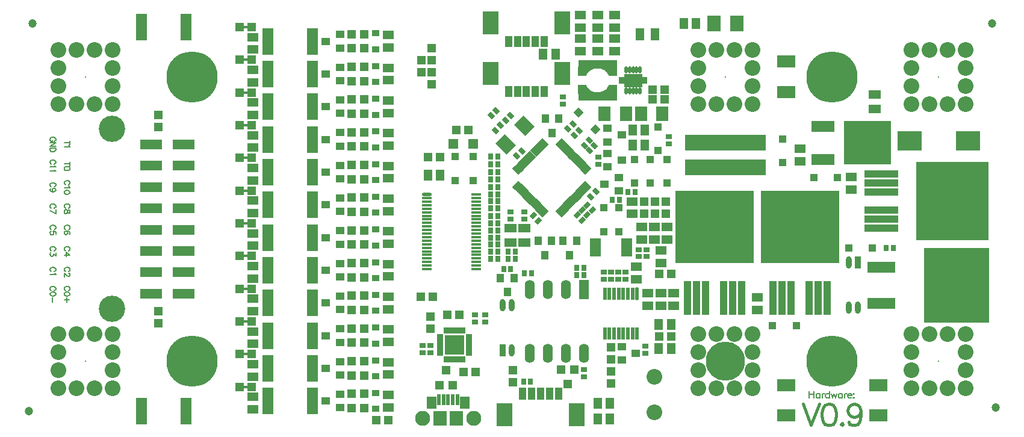
<source format=gts>
G04 Layer_Color=8388736*
%FSAX24Y24*%
%MOIN*%
G70*
G01*
G75*
%ADD73C,0.0079*%
%ADD77C,0.0157*%
%ADD111O,0.0320X0.0678*%
%ADD112R,0.0320X0.0678*%
%ADD113R,0.0513X0.0474*%
%ADD114R,0.0671X0.0513*%
%ADD115R,0.0631X0.0513*%
%ADD116R,0.0277X0.0330*%
G04:AMPARAMS|DCode=117|XSize=33mil|YSize=27.7mil|CornerRadius=0mil|HoleSize=0mil|Usage=FLASHONLY|Rotation=135.000|XOffset=0mil|YOffset=0mil|HoleType=Round|Shape=Rectangle|*
%AMROTATEDRECTD117*
4,1,4,0.0215,-0.0019,0.0019,-0.0215,-0.0215,0.0019,-0.0019,0.0215,0.0215,-0.0019,0.0*
%
%ADD117ROTATEDRECTD117*%

G04:AMPARAMS|DCode=118|XSize=74mil|YSize=89mil|CornerRadius=0mil|HoleSize=0mil|Usage=FLASHONLY|Rotation=225.000|XOffset=0mil|YOffset=0mil|HoleType=Round|Shape=Rectangle|*
%AMROTATEDRECTD118*
4,1,4,-0.0053,0.0576,0.0576,-0.0053,0.0053,-0.0576,-0.0576,0.0053,-0.0053,0.0576,0.0*
%
%ADD118ROTATEDRECTD118*%

%ADD119R,0.0572X0.0178*%
%ADD120O,0.0572X0.0178*%
%ADD121R,0.0330X0.0277*%
%ADD122R,0.0513X0.0671*%
%ADD123R,0.0474X0.0513*%
%ADD124R,0.0513X0.0631*%
G04:AMPARAMS|DCode=125|XSize=33mil|YSize=27.7mil|CornerRadius=0mil|HoleSize=0mil|Usage=FLASHONLY|Rotation=45.000|XOffset=0mil|YOffset=0mil|HoleType=Round|Shape=Rectangle|*
%AMROTATEDRECTD125*
4,1,4,-0.0019,-0.0215,-0.0215,-0.0019,0.0019,0.0215,0.0215,0.0019,-0.0019,-0.0215,0.0*
%
%ADD125ROTATEDRECTD125*%

%ADD126R,0.0631X0.1458*%
%ADD127R,0.1340X0.1064*%
%ADD128R,0.4489X0.0887*%
%ADD129R,0.0434X0.0454*%
%ADD130R,0.0434X0.0454*%
%ADD131R,0.0454X0.0434*%
%ADD132R,0.0454X0.0434*%
%ADD133R,0.4332X0.4017*%
%ADD134R,0.0434X0.1891*%
%ADD135R,0.4017X0.4332*%
%ADD136R,0.1891X0.0434*%
%ADD137R,0.2167X0.0454*%
%ADD138R,0.0395X0.0592*%
%ADD139R,0.0907X0.1261*%
%ADD140R,0.1230X0.0580*%
%ADD141R,0.0395X0.0710*%
%ADD142R,0.0769X0.0828*%
%ADD143R,0.0237X0.0631*%
%ADD144R,0.0533X0.0651*%
G04:AMPARAMS|DCode=145|XSize=71mil|YSize=21.8mil|CornerRadius=7.4mil|HoleSize=0mil|Usage=FLASHONLY|Rotation=270.000|XOffset=0mil|YOffset=0mil|HoleType=Round|Shape=RoundedRectangle|*
%AMROUNDEDRECTD145*
21,1,0.0710,0.0069,0,0,270.0*
21,1,0.0561,0.0218,0,0,270.0*
1,1,0.0149,-0.0034,-0.0281*
1,1,0.0149,-0.0034,0.0281*
1,1,0.0149,0.0034,0.0281*
1,1,0.0149,0.0034,-0.0281*
%
%ADD145ROUNDEDRECTD145*%
%ADD146R,0.0218X0.0710*%
%ADD147R,0.0631X0.0198*%
%ADD148R,0.0375X0.0198*%
%ADD149R,0.0198X0.0375*%
%ADD150R,0.1104X0.1104*%
%ADD151O,0.0552X0.1064*%
%ADD152R,0.0552X0.1064*%
G04:AMPARAMS|DCode=153|XSize=17.1mil|YSize=39.5mil|CornerRadius=5.8mil|HoleSize=0mil|Usage=FLASHONLY|Rotation=0.000|XOffset=0mil|YOffset=0mil|HoleType=Round|Shape=RoundedRectangle|*
%AMROUNDEDRECTD153*
21,1,0.0171,0.0279,0,0,0.0*
21,1,0.0054,0.0395,0,0,0.0*
1,1,0.0116,0.0027,-0.0139*
1,1,0.0116,-0.0027,-0.0139*
1,1,0.0116,-0.0027,0.0139*
1,1,0.0116,0.0027,0.0139*
%
%ADD153ROUNDEDRECTD153*%
%ADD154R,0.1025X0.0730*%
%ADD155R,0.0356X0.0190*%
G04:AMPARAMS|DCode=156|XSize=20.6mil|YSize=47.4mil|CornerRadius=0mil|HoleSize=0mil|Usage=FLASHONLY|Rotation=315.000|XOffset=0mil|YOffset=0mil|HoleType=Round|Shape=Rectangle|*
%AMROTATEDRECTD156*
4,1,4,-0.0240,-0.0095,0.0095,0.0240,0.0240,0.0095,-0.0095,-0.0240,-0.0240,-0.0095,0.0*
%
%ADD156ROTATEDRECTD156*%

G04:AMPARAMS|DCode=157|XSize=20.6mil|YSize=47.4mil|CornerRadius=0mil|HoleSize=0mil|Usage=FLASHONLY|Rotation=45.000|XOffset=0mil|YOffset=0mil|HoleType=Round|Shape=Rectangle|*
%AMROTATEDRECTD157*
4,1,4,0.0095,-0.0240,-0.0240,0.0095,-0.0095,0.0240,0.0240,-0.0095,0.0095,-0.0240,0.0*
%
%ADD157ROTATEDRECTD157*%

%ADD158R,0.0474X0.0159*%
%ADD159R,0.0730X0.0879*%
%ADD160R,0.0986X0.0678*%
%ADD161R,0.0415X0.0336*%
%ADD162R,0.0415X0.0415*%
%ADD163R,0.0552X0.0552*%
%ADD164R,0.0415X0.0415*%
%ADD165P,0.0586X4X360.0*%
%ADD166R,0.3584X0.4135*%
%ADD167R,0.1537X0.0592*%
%ADD168R,0.0474X0.0474*%
%ADD169R,0.0710X0.0789*%
%ADD170R,0.2639X0.2442*%
%ADD171R,0.1261X0.0631*%
%ADD172C,0.0474*%
%ADD173C,0.0867*%
%ADD174C,0.0080*%
%ADD175C,0.2167*%
%ADD176C,0.1458*%
%ADD177C,0.0828*%
%ADD178C,0.0277*%
%ADD179C,0.2836*%
G36*
X289238Y196398D02*
X289243Y196397D01*
X289248Y196395D01*
X289252Y196393D01*
X289257Y196390D01*
X289261Y196387D01*
X289264Y196383D01*
X289267Y196378D01*
X289269Y196374D01*
X289271Y196369D01*
X289272Y196364D01*
X289272Y196358D01*
Y195945D01*
X289272Y195940D01*
X289271Y195935D01*
X289269Y195930D01*
X289267Y195925D01*
X289264Y195920D01*
X289261Y195917D01*
X289257Y195913D01*
X289252Y195910D01*
X289248Y195908D01*
X289243Y195906D01*
X289238Y195905D01*
X289232Y195905D01*
X287146D01*
X287140Y195905D01*
X287135Y195906D01*
X287130Y195908D01*
X287126Y195910D01*
X287121Y195913D01*
X287117Y195917D01*
X287114Y195920D01*
X287111Y195925D01*
X287109Y195930D01*
X287107Y195935D01*
X287106Y195940D01*
X287106Y195945D01*
Y196358D01*
X287106Y196364D01*
X287107Y196369D01*
X287109Y196374D01*
X287111Y196378D01*
X287114Y196383D01*
X287117Y196387D01*
X287121Y196390D01*
X287126Y196393D01*
X287130Y196395D01*
X287135Y196397D01*
X287140Y196398D01*
X287146Y196398D01*
X287539D01*
X287541Y196398D01*
X287542Y196398D01*
X287543Y196398D01*
X287545Y196398D01*
X287546Y196398D01*
X287547Y196398D01*
X287548Y196397D01*
X287550Y196397D01*
X287551Y196397D01*
X287552Y196396D01*
X287553Y196396D01*
X287555Y196395D01*
X287556Y196395D01*
X287557Y196394D01*
X287558Y196394D01*
X287559Y196393D01*
X287560Y196392D01*
X287561Y196392D01*
X287563Y196391D01*
X287564Y196390D01*
X287565Y196389D01*
X287566Y196389D01*
X287567Y196388D01*
X287568Y196387D01*
X287569Y196386D01*
X287569Y196385D01*
X287570Y196384D01*
X287571Y196383D01*
X287572Y196382D01*
X287573Y196381D01*
X287573Y196379D01*
X287574Y196378D01*
X287575Y196377D01*
X287575Y196376D01*
X287594Y196338D01*
X287650Y196245D01*
X287763Y196133D01*
X287836Y196078D01*
X287947Y196022D01*
X288019Y196004D01*
X288189Y195985D01*
X288339Y196004D01*
X288411Y196022D01*
X288447Y196040D01*
X288562Y196097D01*
X288635Y196152D01*
X288690Y196207D01*
X288746Y196282D01*
X288804Y196379D01*
X288806Y196381D01*
X288807Y196383D01*
X288807Y196383D01*
X288807Y196383D01*
X288809Y196385D01*
X288810Y196387D01*
X288810Y196387D01*
X288811Y196387D01*
X288812Y196389D01*
X288814Y196390D01*
X288814Y196390D01*
X288815Y196390D01*
X288817Y196392D01*
X288819Y196393D01*
X288819Y196393D01*
X288819Y196393D01*
X288821Y196394D01*
X288823Y196395D01*
X288824Y196395D01*
X288824Y196396D01*
X288826Y196396D01*
X288828Y196397D01*
X288829Y196397D01*
X288829Y196397D01*
X288831Y196398D01*
X288833Y196398D01*
X288834Y196398D01*
X288834Y196398D01*
X288836Y196398D01*
X288839Y196398D01*
X289232D01*
X289238Y196398D01*
D02*
G37*
G36*
Y197402D02*
X289243Y197401D01*
X289248Y197399D01*
X289252Y197397D01*
X289257Y197394D01*
X289261Y197391D01*
X289264Y197387D01*
X289267Y197382D01*
X289269Y197378D01*
X289271Y197373D01*
X289272Y197367D01*
X289272Y197362D01*
Y196949D01*
X289272Y196944D01*
X289271Y196938D01*
X289269Y196933D01*
X289267Y196929D01*
X289264Y196924D01*
X289261Y196920D01*
X289257Y196917D01*
X289252Y196914D01*
X289248Y196912D01*
X289243Y196910D01*
X289238Y196909D01*
X289232Y196909D01*
X288839D01*
X288836Y196909D01*
X288834Y196909D01*
X288834Y196909D01*
X288833Y196909D01*
X288831Y196910D01*
X288829Y196910D01*
X288829Y196910D01*
X288828Y196910D01*
X288826Y196911D01*
X288824Y196912D01*
X288824Y196912D01*
X288823Y196912D01*
X288821Y196913D01*
X288819Y196914D01*
X288819Y196914D01*
X288819Y196914D01*
X288817Y196915D01*
X288815Y196917D01*
X288814Y196917D01*
X288814Y196917D01*
X288812Y196919D01*
X288811Y196920D01*
X288810Y196920D01*
X288810Y196920D01*
X288809Y196922D01*
X288807Y196924D01*
X288807Y196924D01*
X288807Y196924D01*
X288806Y196926D01*
X288804Y196928D01*
X288746Y197025D01*
X288690Y197100D01*
X288597Y197193D01*
X288543Y197229D01*
X288431Y197285D01*
X288359Y197303D01*
X288189Y197322D01*
X288020Y197303D01*
X287909Y197266D01*
X287874Y197248D01*
X287781Y197193D01*
X287649Y197061D01*
X287613Y197007D01*
X287575Y196931D01*
X287575Y196930D01*
X287574Y196929D01*
X287573Y196928D01*
X287573Y196926D01*
X287572Y196925D01*
X287571Y196924D01*
X287570Y196923D01*
X287569Y196922D01*
X287569Y196921D01*
X287568Y196920D01*
X287567Y196920D01*
X287566Y196919D01*
X287565Y196918D01*
X287564Y196917D01*
X287563Y196916D01*
X287561Y196915D01*
X287560Y196915D01*
X287559Y196914D01*
X287558Y196913D01*
X287557Y196913D01*
X287556Y196912D01*
X287555Y196912D01*
X287553Y196911D01*
X287552Y196911D01*
X287551Y196910D01*
X287550Y196910D01*
X287548Y196910D01*
X287547Y196909D01*
X287546Y196909D01*
X287545Y196909D01*
X287543Y196909D01*
X287542Y196909D01*
X287541Y196909D01*
X287539Y196909D01*
X287146D01*
X287140Y196909D01*
X287135Y196910D01*
X287130Y196912D01*
X287126Y196914D01*
X287121Y196917D01*
X287117Y196920D01*
X287114Y196924D01*
X287111Y196929D01*
X287109Y196933D01*
X287107Y196938D01*
X287106Y196944D01*
X287106Y196949D01*
Y197362D01*
X287106Y197367D01*
X287107Y197373D01*
X287109Y197378D01*
X287111Y197382D01*
X287114Y197387D01*
X287117Y197391D01*
X287121Y197394D01*
X287126Y197397D01*
X287130Y197399D01*
X287135Y197401D01*
X287140Y197402D01*
X287146Y197402D01*
X289232D01*
X289238Y197402D01*
D02*
G37*
D73*
X258114Y193279D02*
X258144Y193294D01*
X258174Y193324D01*
X258189Y193354D01*
Y193414D01*
X258174Y193444D01*
X258144Y193474D01*
X258114Y193489D01*
X258069Y193504D01*
X257994D01*
X257949Y193489D01*
X257919Y193474D01*
X257889Y193444D01*
X257874Y193414D01*
Y193354D01*
X257889Y193324D01*
X257919Y193294D01*
X257949Y193279D01*
X257994D01*
Y193354D02*
Y193279D01*
X258189Y193207D02*
X257874D01*
X258189D02*
X257874Y192997D01*
X258189D02*
X257874D01*
X258189Y192910D02*
X257874D01*
X258189D02*
Y192805D01*
X258174Y192760D01*
X258144Y192730D01*
X258114Y192715D01*
X258069Y192700D01*
X257994D01*
X257949Y192715D01*
X257919Y192730D01*
X257889Y192760D01*
X257874Y192805D01*
Y192910D01*
X258976Y193202D02*
X258661D01*
X258976Y193307D02*
Y193097D01*
X258916Y193060D02*
X258931Y193030D01*
X258976Y192985D01*
X258661D01*
X258976Y192021D02*
X258661D01*
X258976Y192126D02*
Y191916D01*
Y191789D02*
X258961Y191834D01*
X258916Y191864D01*
X258841Y191879D01*
X258796D01*
X258721Y191864D01*
X258676Y191834D01*
X258661Y191789D01*
Y191759D01*
X258676Y191714D01*
X258721Y191684D01*
X258796Y191669D01*
X258841D01*
X258916Y191684D01*
X258961Y191714D01*
X258976Y191759D01*
Y191789D01*
X258114Y192019D02*
X258144Y192034D01*
X258174Y192064D01*
X258189Y192094D01*
Y192154D01*
X258174Y192184D01*
X258144Y192214D01*
X258114Y192229D01*
X258069Y192244D01*
X257994D01*
X257949Y192229D01*
X257919Y192214D01*
X257889Y192184D01*
X257874Y192154D01*
Y192094D01*
X257889Y192064D01*
X257919Y192034D01*
X257949Y192019D01*
X258129Y191931D02*
X258144Y191901D01*
X258189Y191856D01*
X257874D01*
X258129Y191700D02*
X258144Y191670D01*
X258189Y191625D01*
X257874D01*
X258114Y185011D02*
X258144Y185026D01*
X258174Y185056D01*
X258189Y185086D01*
Y185146D01*
X258174Y185176D01*
X258144Y185206D01*
X258114Y185221D01*
X258069Y185236D01*
X257994D01*
X257949Y185221D01*
X257919Y185206D01*
X257889Y185176D01*
X257874Y185146D01*
Y185086D01*
X257889Y185056D01*
X257919Y185026D01*
X257949Y185011D01*
X258189Y184833D02*
X258174Y184878D01*
X258129Y184908D01*
X258054Y184923D01*
X258009D01*
X257934Y184908D01*
X257889Y184878D01*
X257874Y184833D01*
Y184803D01*
X257889Y184758D01*
X257934Y184728D01*
X258009Y184713D01*
X258054D01*
X258129Y184728D01*
X258174Y184758D01*
X258189Y184803D01*
Y184833D01*
X258009Y184642D02*
Y184373D01*
X258901Y185011D02*
X258931Y185026D01*
X258961Y185056D01*
X258976Y185086D01*
Y185146D01*
X258961Y185176D01*
X258931Y185206D01*
X258901Y185221D01*
X258856Y185236D01*
X258781D01*
X258736Y185221D01*
X258706Y185206D01*
X258676Y185176D01*
X258661Y185146D01*
Y185086D01*
X258676Y185056D01*
X258706Y185026D01*
X258736Y185011D01*
X258976Y184833D02*
X258961Y184878D01*
X258916Y184908D01*
X258841Y184923D01*
X258796D01*
X258721Y184908D01*
X258676Y184878D01*
X258661Y184833D01*
Y184803D01*
X258676Y184758D01*
X258721Y184728D01*
X258796Y184713D01*
X258841D01*
X258916Y184728D01*
X258961Y184758D01*
X258976Y184803D01*
Y184833D01*
X258931Y184507D02*
X258661D01*
X258796Y184642D02*
Y184373D01*
X258114Y186074D02*
X258144Y186089D01*
X258174Y186119D01*
X258189Y186149D01*
Y186209D01*
X258174Y186239D01*
X258144Y186269D01*
X258114Y186284D01*
X258069Y186299D01*
X257994D01*
X257949Y186284D01*
X257919Y186269D01*
X257889Y186239D01*
X257874Y186209D01*
Y186149D01*
X257889Y186119D01*
X257919Y186089D01*
X257949Y186074D01*
X258129Y185986D02*
X258144Y185956D01*
X258189Y185911D01*
X257874D01*
X258901Y186074D02*
X258931Y186089D01*
X258961Y186119D01*
X258976Y186149D01*
Y186209D01*
X258961Y186239D01*
X258931Y186269D01*
X258901Y186284D01*
X258856Y186299D01*
X258781D01*
X258736Y186284D01*
X258706Y186269D01*
X258676Y186239D01*
X258661Y186209D01*
Y186149D01*
X258676Y186119D01*
X258706Y186089D01*
X258736Y186074D01*
X258901Y185971D02*
X258916D01*
X258946Y185956D01*
X258961Y185941D01*
X258976Y185911D01*
Y185851D01*
X258961Y185821D01*
X258946Y185806D01*
X258916Y185791D01*
X258886D01*
X258856Y185806D01*
X258811Y185836D01*
X258661Y185986D01*
Y185776D01*
X258114Y187216D02*
X258144Y187231D01*
X258174Y187261D01*
X258189Y187291D01*
Y187351D01*
X258174Y187381D01*
X258144Y187411D01*
X258114Y187426D01*
X258069Y187441D01*
X257994D01*
X257949Y187426D01*
X257919Y187411D01*
X257889Y187381D01*
X257874Y187351D01*
Y187291D01*
X257889Y187261D01*
X257919Y187231D01*
X257949Y187216D01*
X258189Y187098D02*
Y186933D01*
X258069Y187023D01*
Y186978D01*
X258054Y186948D01*
X258039Y186933D01*
X257994Y186918D01*
X257964D01*
X257919Y186933D01*
X257889Y186963D01*
X257874Y187008D01*
Y187053D01*
X257889Y187098D01*
X257904Y187113D01*
X257934Y187128D01*
X258901Y187216D02*
X258931Y187231D01*
X258961Y187261D01*
X258976Y187291D01*
Y187351D01*
X258961Y187381D01*
X258931Y187411D01*
X258901Y187426D01*
X258856Y187441D01*
X258781D01*
X258736Y187426D01*
X258706Y187411D01*
X258676Y187381D01*
X258661Y187351D01*
Y187291D01*
X258676Y187261D01*
X258706Y187231D01*
X258736Y187216D01*
X258976Y186978D02*
X258766Y187128D01*
Y186903D01*
X258976Y186978D02*
X258661D01*
X258114Y188397D02*
X258144Y188412D01*
X258174Y188442D01*
X258189Y188472D01*
Y188532D01*
X258174Y188562D01*
X258144Y188592D01*
X258114Y188607D01*
X258069Y188622D01*
X257994D01*
X257949Y188607D01*
X257919Y188592D01*
X257889Y188562D01*
X257874Y188532D01*
Y188472D01*
X257889Y188442D01*
X257919Y188412D01*
X257949Y188397D01*
X258189Y188129D02*
Y188279D01*
X258054Y188294D01*
X258069Y188279D01*
X258084Y188234D01*
Y188189D01*
X258069Y188144D01*
X258039Y188114D01*
X257994Y188099D01*
X257964D01*
X257919Y188114D01*
X257889Y188144D01*
X257874Y188189D01*
Y188234D01*
X257889Y188279D01*
X257904Y188294D01*
X257934Y188309D01*
X258901Y188397D02*
X258931Y188412D01*
X258961Y188442D01*
X258976Y188472D01*
Y188532D01*
X258961Y188562D01*
X258931Y188592D01*
X258901Y188607D01*
X258856Y188622D01*
X258781D01*
X258736Y188607D01*
X258706Y188592D01*
X258676Y188562D01*
X258661Y188532D01*
Y188472D01*
X258676Y188442D01*
X258706Y188412D01*
X258736Y188397D01*
X258931Y188129D02*
X258961Y188144D01*
X258976Y188189D01*
Y188219D01*
X258961Y188264D01*
X258916Y188294D01*
X258841Y188309D01*
X258766D01*
X258706Y188294D01*
X258676Y188264D01*
X258661Y188219D01*
Y188204D01*
X258676Y188159D01*
X258706Y188129D01*
X258751Y188114D01*
X258766D01*
X258811Y188129D01*
X258841Y188159D01*
X258856Y188204D01*
Y188219D01*
X258841Y188264D01*
X258811Y188294D01*
X258766Y188309D01*
X258114Y189578D02*
X258144Y189593D01*
X258174Y189623D01*
X258189Y189653D01*
Y189713D01*
X258174Y189743D01*
X258144Y189773D01*
X258114Y189788D01*
X258069Y189803D01*
X257994D01*
X257949Y189788D01*
X257919Y189773D01*
X257889Y189743D01*
X257874Y189713D01*
Y189653D01*
X257889Y189623D01*
X257919Y189593D01*
X257949Y189578D01*
X258189Y189280D02*
X257874Y189430D01*
X258189Y189490D02*
Y189280D01*
X258901Y189578D02*
X258931Y189593D01*
X258961Y189623D01*
X258976Y189653D01*
Y189713D01*
X258961Y189743D01*
X258931Y189773D01*
X258901Y189788D01*
X258856Y189803D01*
X258781D01*
X258736Y189788D01*
X258706Y189773D01*
X258676Y189743D01*
X258661Y189713D01*
Y189653D01*
X258676Y189623D01*
X258706Y189593D01*
X258736Y189578D01*
X258976Y189415D02*
X258961Y189460D01*
X258931Y189475D01*
X258901D01*
X258871Y189460D01*
X258856Y189430D01*
X258841Y189370D01*
X258826Y189325D01*
X258796Y189295D01*
X258766Y189280D01*
X258721D01*
X258691Y189295D01*
X258676Y189310D01*
X258661Y189355D01*
Y189415D01*
X258676Y189460D01*
X258691Y189475D01*
X258721Y189490D01*
X258766D01*
X258796Y189475D01*
X258826Y189445D01*
X258841Y189400D01*
X258856Y189340D01*
X258871Y189310D01*
X258901Y189295D01*
X258931D01*
X258961Y189310D01*
X258976Y189355D01*
Y189415D01*
X258114Y190759D02*
X258144Y190774D01*
X258174Y190804D01*
X258189Y190834D01*
Y190894D01*
X258174Y190924D01*
X258144Y190954D01*
X258114Y190969D01*
X258069Y190984D01*
X257994D01*
X257949Y190969D01*
X257919Y190954D01*
X257889Y190924D01*
X257874Y190894D01*
Y190834D01*
X257889Y190804D01*
X257919Y190774D01*
X257949Y190759D01*
X258084Y190476D02*
X258039Y190491D01*
X258009Y190521D01*
X257994Y190566D01*
Y190581D01*
X258009Y190626D01*
X258039Y190656D01*
X258084Y190671D01*
X258099D01*
X258144Y190656D01*
X258174Y190626D01*
X258189Y190581D01*
Y190566D01*
X258174Y190521D01*
X258144Y190491D01*
X258084Y190476D01*
X258009D01*
X257934Y190491D01*
X257889Y190521D01*
X257874Y190566D01*
Y190596D01*
X257889Y190641D01*
X257919Y190656D01*
X258901Y190877D02*
X258931Y190892D01*
X258961Y190922D01*
X258976Y190952D01*
Y191012D01*
X258961Y191042D01*
X258931Y191072D01*
X258901Y191087D01*
X258856Y191102D01*
X258781D01*
X258736Y191087D01*
X258706Y191072D01*
X258676Y191042D01*
X258661Y191012D01*
Y190952D01*
X258676Y190922D01*
X258706Y190892D01*
X258736Y190877D01*
X258916Y190789D02*
X258931Y190759D01*
X258976Y190714D01*
X258661D01*
X258976Y190468D02*
X258961Y190513D01*
X258916Y190543D01*
X258841Y190558D01*
X258796D01*
X258721Y190543D01*
X258676Y190513D01*
X258661Y190468D01*
Y190438D01*
X258676Y190393D01*
X258721Y190363D01*
X258796Y190348D01*
X258841D01*
X258916Y190363D01*
X258961Y190393D01*
X258976Y190438D01*
Y190468D01*
X299921Y179449D02*
Y179055D01*
X300184Y179449D02*
Y179055D01*
X299921Y179261D02*
X300184D01*
X300517Y179318D02*
Y179055D01*
Y179261D02*
X300480Y179299D01*
X300442Y179318D01*
X300386D01*
X300349Y179299D01*
X300311Y179261D01*
X300292Y179205D01*
Y179168D01*
X300311Y179111D01*
X300349Y179074D01*
X300386Y179055D01*
X300442D01*
X300480Y179074D01*
X300517Y179111D01*
X300622Y179318D02*
Y179055D01*
Y179205D02*
X300641Y179261D01*
X300679Y179299D01*
X300716Y179318D01*
X300772D01*
X301033Y179449D02*
Y179055D01*
Y179261D02*
X300995Y179299D01*
X300958Y179318D01*
X300902D01*
X300864Y179299D01*
X300827Y179261D01*
X300808Y179205D01*
Y179168D01*
X300827Y179111D01*
X300864Y179074D01*
X300902Y179055D01*
X300958D01*
X300995Y179074D01*
X301033Y179111D01*
X301138Y179318D02*
X301213Y179055D01*
X301288Y179318D02*
X301213Y179055D01*
X301288Y179318D02*
X301363Y179055D01*
X301438Y179318D02*
X301363Y179055D01*
X301754Y179318D02*
Y179055D01*
Y179261D02*
X301717Y179299D01*
X301679Y179318D01*
X301623D01*
X301586Y179299D01*
X301548Y179261D01*
X301529Y179205D01*
Y179168D01*
X301548Y179111D01*
X301586Y179074D01*
X301623Y179055D01*
X301679D01*
X301717Y179074D01*
X301754Y179111D01*
X301859Y179318D02*
Y179055D01*
Y179205D02*
X301878Y179261D01*
X301916Y179299D01*
X301953Y179318D01*
X302009D01*
X302045Y179205D02*
X302270D01*
Y179243D01*
X302251Y179280D01*
X302232Y179299D01*
X302195Y179318D01*
X302139D01*
X302101Y179299D01*
X302064Y179261D01*
X302045Y179205D01*
Y179168D01*
X302064Y179111D01*
X302101Y179074D01*
X302139Y179055D01*
X302195D01*
X302232Y179074D01*
X302270Y179111D01*
X302373Y179318D02*
X302354Y179299D01*
X302373Y179280D01*
X302392Y179299D01*
X302373Y179318D01*
Y179093D02*
X302354Y179074D01*
X302373Y179055D01*
X302392Y179074D01*
X302373Y179093D01*
D77*
X299567Y178740D02*
X300017Y177559D01*
X300467Y178740D02*
X300017Y177559D01*
X300956Y178740D02*
X300787Y178684D01*
X300675Y178515D01*
X300618Y178234D01*
Y178065D01*
X300675Y177784D01*
X300787Y177615D01*
X300956Y177559D01*
X301068D01*
X301237Y177615D01*
X301349Y177784D01*
X301406Y178065D01*
Y178234D01*
X301349Y178515D01*
X301237Y178684D01*
X301068Y178740D01*
X300956D01*
X301726Y177672D02*
X301670Y177615D01*
X301726Y177559D01*
X301782Y177615D01*
X301726Y177672D01*
X302772Y178346D02*
X302716Y178178D01*
X302603Y178065D01*
X302435Y178009D01*
X302378D01*
X302210Y178065D01*
X302097Y178178D01*
X302041Y178346D01*
Y178403D01*
X302097Y178571D01*
X302210Y178684D01*
X302378Y178740D01*
X302435D01*
X302603Y178684D01*
X302716Y178571D01*
X302772Y178346D01*
Y178065D01*
X302716Y177784D01*
X302603Y177615D01*
X302435Y177559D01*
X302322D01*
X302154Y177615D01*
X302097Y177728D01*
D111*
X283439Y184203D02*
D03*
X282939D02*
D03*
X283439Y181703D02*
D03*
X302112Y186565D02*
D03*
X302612Y184065D02*
D03*
X302112D02*
D03*
D112*
X282939Y181703D02*
D03*
X302612Y186565D02*
D03*
D113*
X276594Y177835D02*
D03*
X275925D02*
D03*
X279468Y192402D02*
D03*
X278799D02*
D03*
X291909Y196142D02*
D03*
X291240D02*
D03*
X274587Y198425D02*
D03*
X275256D02*
D03*
X274587Y196614D02*
D03*
X275256D02*
D03*
X274587Y194803D02*
D03*
X275256D02*
D03*
X274587Y192992D02*
D03*
X275256D02*
D03*
X274587Y191181D02*
D03*
X275256D02*
D03*
X274587Y189370D02*
D03*
X275256D02*
D03*
X274587Y187559D02*
D03*
X275256D02*
D03*
X274587Y185748D02*
D03*
X275256D02*
D03*
X274587Y183937D02*
D03*
X275256D02*
D03*
X274587Y182126D02*
D03*
X275256D02*
D03*
X274587Y180315D02*
D03*
X275256D02*
D03*
X274587Y178504D02*
D03*
X275256D02*
D03*
X274587Y199213D02*
D03*
X275256D02*
D03*
X274587Y197402D02*
D03*
X275256D02*
D03*
X274587Y195591D02*
D03*
X275256D02*
D03*
X274587Y193780D02*
D03*
X275256D02*
D03*
X274587Y191968D02*
D03*
X275256D02*
D03*
X274587Y190157D02*
D03*
X275256D02*
D03*
X274587Y188346D02*
D03*
X275256D02*
D03*
X274587Y186535D02*
D03*
X275256D02*
D03*
X274587Y184724D02*
D03*
X275256D02*
D03*
X274587Y182913D02*
D03*
X275256D02*
D03*
X274587Y181102D02*
D03*
X275256D02*
D03*
X274587Y179291D02*
D03*
X275256D02*
D03*
X291594Y182480D02*
D03*
X292264D02*
D03*
X291594Y185945D02*
D03*
X292264D02*
D03*
X278406Y184685D02*
D03*
X279075D02*
D03*
X280374Y193898D02*
D03*
X281043D02*
D03*
X268366Y199606D02*
D03*
X269035D02*
D03*
X268366Y197795D02*
D03*
X269035D02*
D03*
X268366Y195984D02*
D03*
X269035D02*
D03*
X268366Y194173D02*
D03*
X269035D02*
D03*
X268366Y192362D02*
D03*
X269035D02*
D03*
X268366Y190551D02*
D03*
X269035D02*
D03*
X268366Y188740D02*
D03*
X269035D02*
D03*
X268366Y186929D02*
D03*
X269035D02*
D03*
X268366Y185118D02*
D03*
X269035D02*
D03*
X268366Y183307D02*
D03*
X269035D02*
D03*
X268366Y181496D02*
D03*
X269035D02*
D03*
X268366Y179685D02*
D03*
X269035D02*
D03*
X291240Y195591D02*
D03*
X291909D02*
D03*
X280768Y180512D02*
D03*
X281437D02*
D03*
X279862Y183661D02*
D03*
X280532D02*
D03*
D114*
X303543Y195059D02*
D03*
Y195886D02*
D03*
X283386Y188484D02*
D03*
Y187657D02*
D03*
X284134Y188484D02*
D03*
Y187657D02*
D03*
D115*
X290118Y189262D02*
D03*
Y189951D02*
D03*
X288189Y198967D02*
D03*
Y198278D02*
D03*
X289134Y198967D02*
D03*
Y198278D02*
D03*
X287244Y198967D02*
D03*
Y198278D02*
D03*
X269094Y198356D02*
D03*
Y199045D02*
D03*
Y196545D02*
D03*
Y197234D02*
D03*
Y194734D02*
D03*
Y195423D02*
D03*
Y192923D02*
D03*
Y193612D02*
D03*
Y191112D02*
D03*
Y191801D02*
D03*
Y189301D02*
D03*
Y189990D02*
D03*
Y187490D02*
D03*
Y188179D02*
D03*
Y185679D02*
D03*
Y186368D02*
D03*
Y183868D02*
D03*
Y184557D02*
D03*
Y182057D02*
D03*
Y182746D02*
D03*
Y180246D02*
D03*
Y180935D02*
D03*
Y178435D02*
D03*
Y179124D02*
D03*
X291693Y184183D02*
D03*
Y184872D02*
D03*
X299409Y192175D02*
D03*
Y192864D02*
D03*
X297047Y184636D02*
D03*
Y183947D02*
D03*
X302244Y190600D02*
D03*
Y191289D02*
D03*
X292402Y184183D02*
D03*
Y184872D02*
D03*
X287244Y200266D02*
D03*
Y199577D02*
D03*
X288189Y200266D02*
D03*
Y199577D02*
D03*
X289134Y200266D02*
D03*
Y199577D02*
D03*
X291693Y187234D02*
D03*
Y186545D02*
D03*
X276614Y198474D02*
D03*
Y199163D02*
D03*
Y196663D02*
D03*
Y197352D02*
D03*
Y194852D02*
D03*
Y195541D02*
D03*
Y193041D02*
D03*
Y193730D02*
D03*
Y191230D02*
D03*
Y191919D02*
D03*
Y189419D02*
D03*
Y190108D02*
D03*
Y187608D02*
D03*
Y188297D02*
D03*
Y185797D02*
D03*
Y186486D02*
D03*
Y183986D02*
D03*
Y184675D02*
D03*
Y182175D02*
D03*
Y182864D02*
D03*
Y180364D02*
D03*
Y181053D02*
D03*
Y178553D02*
D03*
Y179242D02*
D03*
X290354Y186329D02*
D03*
Y185640D02*
D03*
X290630Y187844D02*
D03*
Y188533D02*
D03*
X292047Y187844D02*
D03*
Y188533D02*
D03*
X291339Y187844D02*
D03*
Y188533D02*
D03*
X290984Y184183D02*
D03*
Y184872D02*
D03*
D116*
X289882Y190472D02*
D03*
X290276D02*
D03*
X284134Y185984D02*
D03*
X284528D02*
D03*
X282677Y190354D02*
D03*
X282283D02*
D03*
X282677Y190748D02*
D03*
X282283D02*
D03*
X282677Y189961D02*
D03*
X282283D02*
D03*
X282677Y189567D02*
D03*
X282283D02*
D03*
X282677Y189134D02*
D03*
X282283D02*
D03*
X282677Y188740D02*
D03*
X282283D02*
D03*
X282677Y188346D02*
D03*
X282283D02*
D03*
Y187165D02*
D03*
X282677D02*
D03*
X282283Y186772D02*
D03*
X282677D02*
D03*
X283386Y186220D02*
D03*
X282992D02*
D03*
X304567Y187362D02*
D03*
X304173D02*
D03*
X289016Y190039D02*
D03*
X289409D02*
D03*
X282283Y191575D02*
D03*
X282677D02*
D03*
X282283Y192441D02*
D03*
X282677D02*
D03*
X283228Y187165D02*
D03*
X283622D02*
D03*
X283228Y186772D02*
D03*
X283622D02*
D03*
X282283Y187559D02*
D03*
X282677D02*
D03*
X282283Y187953D02*
D03*
X282677D02*
D03*
Y192008D02*
D03*
X282283D02*
D03*
X284488Y179961D02*
D03*
X284094D02*
D03*
X287441Y186260D02*
D03*
X287047D02*
D03*
X287441Y185866D02*
D03*
X287047D02*
D03*
X282677Y191181D02*
D03*
X282283D02*
D03*
D117*
X282580Y194982D02*
D03*
X282302Y194703D02*
D03*
X287184Y193882D02*
D03*
X286905Y193604D02*
D03*
X288019Y193047D02*
D03*
X287740Y192769D02*
D03*
X287740Y193325D02*
D03*
X287462Y193047D02*
D03*
X283368Y194706D02*
D03*
X283089Y194428D02*
D03*
X282538Y193877D02*
D03*
X282816Y194155D02*
D03*
X286554Y193955D02*
D03*
X286832Y194234D02*
D03*
X288092Y190494D02*
D03*
X287814Y190215D02*
D03*
X283719Y192459D02*
D03*
X283997Y192738D02*
D03*
D118*
X283093Y193093D02*
D03*
X284151Y194151D02*
D03*
D119*
X281486Y186201D02*
D03*
Y186398D02*
D03*
Y186594D02*
D03*
Y186791D02*
D03*
Y186988D02*
D03*
Y187185D02*
D03*
Y187382D02*
D03*
Y187579D02*
D03*
Y187776D02*
D03*
Y187972D02*
D03*
Y188169D02*
D03*
Y188366D02*
D03*
Y188563D02*
D03*
Y188760D02*
D03*
Y188957D02*
D03*
Y189154D02*
D03*
Y189350D02*
D03*
Y189547D02*
D03*
Y189744D02*
D03*
Y189941D02*
D03*
Y190138D02*
D03*
Y190335D02*
D03*
X278750Y186201D02*
D03*
Y186398D02*
D03*
Y186594D02*
D03*
Y186791D02*
D03*
Y186988D02*
D03*
Y187185D02*
D03*
Y187382D02*
D03*
Y187579D02*
D03*
Y187776D02*
D03*
Y187972D02*
D03*
Y188169D02*
D03*
Y188366D02*
D03*
Y188563D02*
D03*
Y188760D02*
D03*
Y188957D02*
D03*
Y189154D02*
D03*
Y189350D02*
D03*
Y189547D02*
D03*
Y189744D02*
D03*
Y189941D02*
D03*
Y190138D02*
D03*
D120*
Y190335D02*
D03*
D121*
X290827Y181535D02*
D03*
Y181929D02*
D03*
X286260Y195748D02*
D03*
Y195354D02*
D03*
X283386Y189370D02*
D03*
Y188976D02*
D03*
X278937Y181575D02*
D03*
Y181968D02*
D03*
X288228Y192008D02*
D03*
Y192402D02*
D03*
X292126Y193150D02*
D03*
Y193543D02*
D03*
X288543Y185630D02*
D03*
Y186024D02*
D03*
X288937Y185630D02*
D03*
Y186024D02*
D03*
X289331Y185630D02*
D03*
Y186024D02*
D03*
X289724Y185630D02*
D03*
Y186024D02*
D03*
X284134Y189370D02*
D03*
Y188976D02*
D03*
X281968Y183268D02*
D03*
Y183661D02*
D03*
X281417Y183268D02*
D03*
Y183661D02*
D03*
X290906Y186890D02*
D03*
Y187283D02*
D03*
X290472Y186890D02*
D03*
Y187283D02*
D03*
X278504Y181968D02*
D03*
Y181575D02*
D03*
X287441Y180630D02*
D03*
Y180236D02*
D03*
D122*
X290532Y199213D02*
D03*
X291358D02*
D03*
D123*
X263858Y194744D02*
D03*
Y194075D02*
D03*
Y183209D02*
D03*
Y183878D02*
D03*
X288937Y179862D02*
D03*
Y180532D02*
D03*
Y181870D02*
D03*
Y181201D02*
D03*
X291968Y189272D02*
D03*
Y189941D02*
D03*
X291378Y189272D02*
D03*
Y189941D02*
D03*
X290787Y189272D02*
D03*
Y189941D02*
D03*
X283504Y180610D02*
D03*
Y179941D02*
D03*
X278425Y197776D02*
D03*
Y197106D02*
D03*
X279016Y197776D02*
D03*
Y198445D02*
D03*
X278937Y182894D02*
D03*
Y183563D02*
D03*
X279016Y197106D02*
D03*
Y196437D02*
D03*
D124*
X292963Y199803D02*
D03*
X293652D02*
D03*
X290817Y193898D02*
D03*
X290128D02*
D03*
Y193071D02*
D03*
X290817D02*
D03*
X291585Y183150D02*
D03*
X292274D02*
D03*
X288888Y178780D02*
D03*
X288199D02*
D03*
X285856Y198110D02*
D03*
X285167D02*
D03*
X279478Y191417D02*
D03*
X278789D02*
D03*
X292274Y181811D02*
D03*
X291585D02*
D03*
X288888Y177913D02*
D03*
X288199D02*
D03*
D125*
X287898Y189470D02*
D03*
X287620Y189748D02*
D03*
X287341Y188913D02*
D03*
X287063Y189192D02*
D03*
X287620Y189192D02*
D03*
X287341Y189470D02*
D03*
X284903Y188877D02*
D03*
X284625Y189155D02*
D03*
D126*
X272421Y198819D02*
D03*
X269941D02*
D03*
X272421Y197008D02*
D03*
X269941D02*
D03*
X272421Y195197D02*
D03*
X269941D02*
D03*
X272421Y193386D02*
D03*
X269941D02*
D03*
X272421Y191575D02*
D03*
X269941D02*
D03*
X272421Y189764D02*
D03*
X269941D02*
D03*
X272421Y187953D02*
D03*
X269941D02*
D03*
X272421Y186142D02*
D03*
X269941D02*
D03*
X272421Y184331D02*
D03*
X269941D02*
D03*
X272421Y182520D02*
D03*
X269941D02*
D03*
X272421Y180709D02*
D03*
X269941D02*
D03*
X272421Y178898D02*
D03*
X269941D02*
D03*
X265413Y199606D02*
D03*
X262933D02*
D03*
X265413Y178346D02*
D03*
X262933D02*
D03*
D127*
X308701Y193307D02*
D03*
X305472D02*
D03*
D128*
X295276Y191850D02*
D03*
X295276Y193189D02*
D03*
D129*
X287028Y187756D02*
D03*
X286654Y186968D02*
D03*
X285650Y187756D02*
D03*
X285276Y186968D02*
D03*
X283563Y185709D02*
D03*
X283189Y184921D02*
D03*
X286043Y194528D02*
D03*
X285669Y193740D02*
D03*
D130*
X286280Y187756D02*
D03*
X284902D02*
D03*
X282815Y185709D02*
D03*
X285295Y194528D02*
D03*
D131*
X289528Y181909D02*
D03*
X290315Y181535D02*
D03*
X289370Y190532D02*
D03*
X288583Y190906D02*
D03*
X288740Y192618D02*
D03*
X289528Y192244D02*
D03*
X288740Y193996D02*
D03*
X289528Y193622D02*
D03*
X273937Y198445D02*
D03*
X273150Y198819D02*
D03*
X273937Y196634D02*
D03*
X273150Y197008D02*
D03*
X273937Y194823D02*
D03*
X273150Y195197D02*
D03*
X273937Y193012D02*
D03*
X273150Y193386D02*
D03*
X273937Y191201D02*
D03*
X273150Y191575D02*
D03*
X273937Y189390D02*
D03*
X273150Y189764D02*
D03*
X273937Y187579D02*
D03*
X273150Y187953D02*
D03*
X273937Y185768D02*
D03*
X273150Y186142D02*
D03*
X273937Y183957D02*
D03*
X273150Y184331D02*
D03*
X273937Y182146D02*
D03*
X273150Y182520D02*
D03*
X273937Y180335D02*
D03*
X273150Y180709D02*
D03*
X273937Y178524D02*
D03*
X273150Y178898D02*
D03*
D132*
X289528Y181161D02*
D03*
X289370Y191280D02*
D03*
X288740Y191870D02*
D03*
Y193248D02*
D03*
X273937Y199193D02*
D03*
Y197382D02*
D03*
Y195571D02*
D03*
Y193760D02*
D03*
Y191949D02*
D03*
Y190138D02*
D03*
Y188327D02*
D03*
Y186516D02*
D03*
Y184705D02*
D03*
Y182894D02*
D03*
Y181083D02*
D03*
Y179272D02*
D03*
D133*
X294685Y188533D02*
D03*
X299409D02*
D03*
D134*
X296185Y184616D02*
D03*
X295685D02*
D03*
X295185D02*
D03*
X294185D02*
D03*
X293686D02*
D03*
X293185D02*
D03*
X300909D02*
D03*
X300409D02*
D03*
X299909D02*
D03*
X298909D02*
D03*
X298411D02*
D03*
X297909D02*
D03*
D135*
X307825Y189961D02*
D03*
D136*
X303907Y188461D02*
D03*
Y188961D02*
D03*
Y189461D02*
D03*
Y190461D02*
D03*
Y190959D02*
D03*
Y191461D02*
D03*
D137*
X288189Y197549D02*
D03*
Y195758D02*
D03*
D138*
X283760Y198819D02*
D03*
X284744D02*
D03*
X284252D02*
D03*
X285236D02*
D03*
X283268D02*
D03*
X283760Y196024D02*
D03*
X284744D02*
D03*
X284252D02*
D03*
X285236D02*
D03*
X283268D02*
D03*
D139*
X286240Y199843D02*
D03*
X282264D02*
D03*
X286240Y197047D02*
D03*
X282264D02*
D03*
X287028Y178150D02*
D03*
X283051D02*
D03*
D140*
X265280Y193110D02*
D03*
Y191929D02*
D03*
Y188386D02*
D03*
Y187205D02*
D03*
Y184843D02*
D03*
Y186024D02*
D03*
Y189567D02*
D03*
Y190748D02*
D03*
X263461Y193110D02*
D03*
Y191929D02*
D03*
Y190748D02*
D03*
Y189567D02*
D03*
X263465Y188386D02*
D03*
X263461Y187205D02*
D03*
Y186024D02*
D03*
Y184843D02*
D03*
D141*
X286024Y179311D02*
D03*
X284055D02*
D03*
X285039D02*
D03*
X284547D02*
D03*
X285532D02*
D03*
D142*
X280364Y177933D02*
D03*
X279478D02*
D03*
D143*
X279921Y178976D02*
D03*
X279665D02*
D03*
X279409D02*
D03*
X280177D02*
D03*
X280433D02*
D03*
D144*
X278996Y178811D02*
D03*
X280846D02*
D03*
D145*
X290384Y184843D02*
D03*
D146*
X290128D02*
D03*
X289872D02*
D03*
X289616D02*
D03*
X289360D02*
D03*
X289104D02*
D03*
X288848D02*
D03*
X288593D02*
D03*
X290384Y182638D02*
D03*
X290128D02*
D03*
X289872D02*
D03*
X289616D02*
D03*
X289360D02*
D03*
X289104D02*
D03*
X288848D02*
D03*
X288593D02*
D03*
D147*
X288071Y187402D02*
D03*
Y187598D02*
D03*
Y187795D02*
D03*
Y187205D02*
D03*
Y187008D02*
D03*
X289803Y187795D02*
D03*
Y187598D02*
D03*
Y187008D02*
D03*
Y187205D02*
D03*
Y187402D02*
D03*
D148*
X279488Y182106D02*
D03*
Y182303D02*
D03*
Y182500D02*
D03*
Y181516D02*
D03*
Y181713D02*
D03*
Y181909D02*
D03*
X281063Y182106D02*
D03*
Y182303D02*
D03*
Y182500D02*
D03*
Y181516D02*
D03*
Y181713D02*
D03*
Y181909D02*
D03*
D149*
X280374Y181220D02*
D03*
X280571D02*
D03*
X280768D02*
D03*
X279783D02*
D03*
X279980D02*
D03*
X280177D02*
D03*
Y182795D02*
D03*
X279980D02*
D03*
X279783D02*
D03*
X280768D02*
D03*
X280571D02*
D03*
X280374D02*
D03*
D150*
X280276Y182008D02*
D03*
D151*
X284425Y181535D02*
D03*
X285425D02*
D03*
X286425D02*
D03*
X287425D02*
D03*
X284425Y185079D02*
D03*
X285425D02*
D03*
X286425D02*
D03*
D152*
X287425D02*
D03*
D153*
X290157Y197234D02*
D03*
X290551D02*
D03*
X290354D02*
D03*
X289961D02*
D03*
X289764D02*
D03*
X290551Y196073D02*
D03*
X290354D02*
D03*
X289961D02*
D03*
X289764D02*
D03*
X290157D02*
D03*
D154*
Y196654D02*
D03*
D155*
X289547Y196752D02*
D03*
Y196555D02*
D03*
X290768Y196752D02*
D03*
Y196555D02*
D03*
D156*
X286090Y193211D02*
D03*
X286229Y193072D02*
D03*
X286368Y192933D02*
D03*
X286507Y192794D02*
D03*
X286646Y192655D02*
D03*
X286786Y192515D02*
D03*
X286925Y192376D02*
D03*
X287064Y192237D02*
D03*
X287203Y192098D02*
D03*
X287342Y191959D02*
D03*
X287482Y191819D02*
D03*
X287621Y191680D02*
D03*
X285249Y189308D02*
D03*
X285110Y189448D02*
D03*
X284971Y189587D02*
D03*
X284831Y189726D02*
D03*
X284692Y189865D02*
D03*
X284553Y190004D02*
D03*
X284414Y190144D02*
D03*
X284275Y190283D02*
D03*
X284135Y190422D02*
D03*
X283996Y190561D02*
D03*
X283857Y190700D02*
D03*
X283718Y190839D02*
D03*
D157*
X287621D02*
D03*
X287482Y190700D02*
D03*
X287342Y190561D02*
D03*
X287203Y190422D02*
D03*
X287064Y190283D02*
D03*
X286925Y190144D02*
D03*
X286786Y190004D02*
D03*
X286646Y189865D02*
D03*
X286507Y189726D02*
D03*
X286368Y189587D02*
D03*
X286229Y189448D02*
D03*
X286090Y189308D02*
D03*
X283718Y191680D02*
D03*
X283857Y191819D02*
D03*
X283996Y191959D02*
D03*
X284135Y192098D02*
D03*
X284275Y192237D02*
D03*
X284414Y192376D02*
D03*
X284553Y192515D02*
D03*
X284692Y192655D02*
D03*
X284831Y192794D02*
D03*
X284971Y192933D02*
D03*
X285110Y193072D02*
D03*
X285249Y193211D02*
D03*
D158*
X268701Y199606D02*
D03*
Y197795D02*
D03*
Y195984D02*
D03*
Y194173D02*
D03*
Y192362D02*
D03*
Y190551D02*
D03*
Y188740D02*
D03*
Y186929D02*
D03*
Y185118D02*
D03*
Y183307D02*
D03*
Y181496D02*
D03*
Y179685D02*
D03*
D159*
X294646Y199803D02*
D03*
X295906D02*
D03*
D160*
X298622Y197693D02*
D03*
Y196008D02*
D03*
Y179780D02*
D03*
Y178094D02*
D03*
X303740Y179780D02*
D03*
Y178094D02*
D03*
D161*
X275906Y198376D02*
D03*
Y199262D02*
D03*
Y196565D02*
D03*
Y197451D02*
D03*
Y194754D02*
D03*
Y195640D02*
D03*
Y192943D02*
D03*
Y193829D02*
D03*
Y191132D02*
D03*
Y192018D02*
D03*
Y189321D02*
D03*
Y190207D02*
D03*
Y187510D02*
D03*
Y188396D02*
D03*
Y185699D02*
D03*
Y186585D02*
D03*
Y183888D02*
D03*
Y184774D02*
D03*
Y182077D02*
D03*
Y182963D02*
D03*
Y180266D02*
D03*
Y181152D02*
D03*
Y178455D02*
D03*
Y179341D02*
D03*
D162*
X280315Y192431D02*
D03*
Y191112D02*
D03*
X281299Y192431D02*
D03*
Y191112D02*
D03*
X291102Y190955D02*
D03*
Y192274D02*
D03*
X288543Y189596D02*
D03*
Y188278D02*
D03*
X292047Y192274D02*
D03*
Y190955D02*
D03*
X289370Y189596D02*
D03*
Y188278D02*
D03*
X291535Y194085D02*
D03*
Y192766D02*
D03*
X290236Y190955D02*
D03*
Y192274D02*
D03*
X298425Y192096D02*
D03*
Y193415D02*
D03*
D163*
X281299Y193150D02*
D03*
X280197D02*
D03*
D164*
X297884Y183071D02*
D03*
X299203D02*
D03*
X301486Y191260D02*
D03*
X300167D02*
D03*
X303415Y187362D02*
D03*
X302096D02*
D03*
D165*
X288065Y193943D02*
D03*
X287132Y194876D02*
D03*
D166*
X308071Y185315D02*
D03*
D167*
X303898Y184315D02*
D03*
Y186315D02*
D03*
D168*
X279429Y179783D02*
D03*
X280177D02*
D03*
X279803Y180610D02*
D03*
X286909Y180650D02*
D03*
X286161D02*
D03*
X286535Y179823D02*
D03*
D169*
X291772Y194803D02*
D03*
X290591D02*
D03*
X288583D02*
D03*
X289764D02*
D03*
D170*
X303130Y193189D02*
D03*
D171*
X300669Y192283D02*
D03*
Y194094D02*
D03*
D172*
X310039Y199803D02*
D03*
X310236Y178543D02*
D03*
X256693Y178346D02*
D03*
X256890Y199803D02*
D03*
D173*
X305587Y180602D02*
D03*
Y181602D02*
D03*
Y182602D02*
D03*
X306587D02*
D03*
X307587D02*
D03*
X308587D02*
D03*
Y181602D02*
D03*
Y180602D02*
D03*
Y179602D02*
D03*
X305587D02*
D03*
X306587D02*
D03*
X307587D02*
D03*
X293776Y180602D02*
D03*
Y181602D02*
D03*
Y182602D02*
D03*
X294776D02*
D03*
X295776D02*
D03*
X296776D02*
D03*
Y181602D02*
D03*
Y180602D02*
D03*
Y179602D02*
D03*
X293776D02*
D03*
X294776D02*
D03*
X295776D02*
D03*
X258343Y180602D02*
D03*
Y181602D02*
D03*
Y182602D02*
D03*
X259343D02*
D03*
X260343D02*
D03*
X261343D02*
D03*
Y181602D02*
D03*
Y180602D02*
D03*
Y179602D02*
D03*
X258343D02*
D03*
X259343D02*
D03*
X260343D02*
D03*
X305587Y196350D02*
D03*
Y197350D02*
D03*
Y198350D02*
D03*
X306587D02*
D03*
X307587D02*
D03*
X308587D02*
D03*
Y197350D02*
D03*
Y196350D02*
D03*
Y195350D02*
D03*
X305587D02*
D03*
X306587D02*
D03*
X307587D02*
D03*
X293776Y196350D02*
D03*
Y197350D02*
D03*
Y198350D02*
D03*
X294776D02*
D03*
X295776D02*
D03*
X296776D02*
D03*
Y197350D02*
D03*
Y196350D02*
D03*
Y195350D02*
D03*
X293776D02*
D03*
X294776D02*
D03*
X295776D02*
D03*
X258343Y196350D02*
D03*
Y197350D02*
D03*
Y198350D02*
D03*
X259343D02*
D03*
X260343D02*
D03*
X261343D02*
D03*
Y197350D02*
D03*
Y196350D02*
D03*
Y195350D02*
D03*
X258343D02*
D03*
X259343D02*
D03*
X260343D02*
D03*
X291339Y180236D02*
D03*
Y178268D02*
D03*
D174*
X307087Y181102D02*
D03*
X259843D02*
D03*
X307087Y196850D02*
D03*
X295276D02*
D03*
X259843D02*
D03*
D175*
X295276Y181102D02*
D03*
D176*
X261303Y183992D02*
D03*
Y193961D02*
D03*
D177*
X278514Y177933D02*
D03*
X281329D02*
D03*
D178*
X290157Y196654D02*
D03*
X289862Y196850D02*
D03*
Y196457D02*
D03*
X290453D02*
D03*
Y196850D02*
D03*
D179*
X301181Y181102D02*
D03*
Y196850D02*
D03*
X265748D02*
D03*
Y181102D02*
D03*
M02*

</source>
